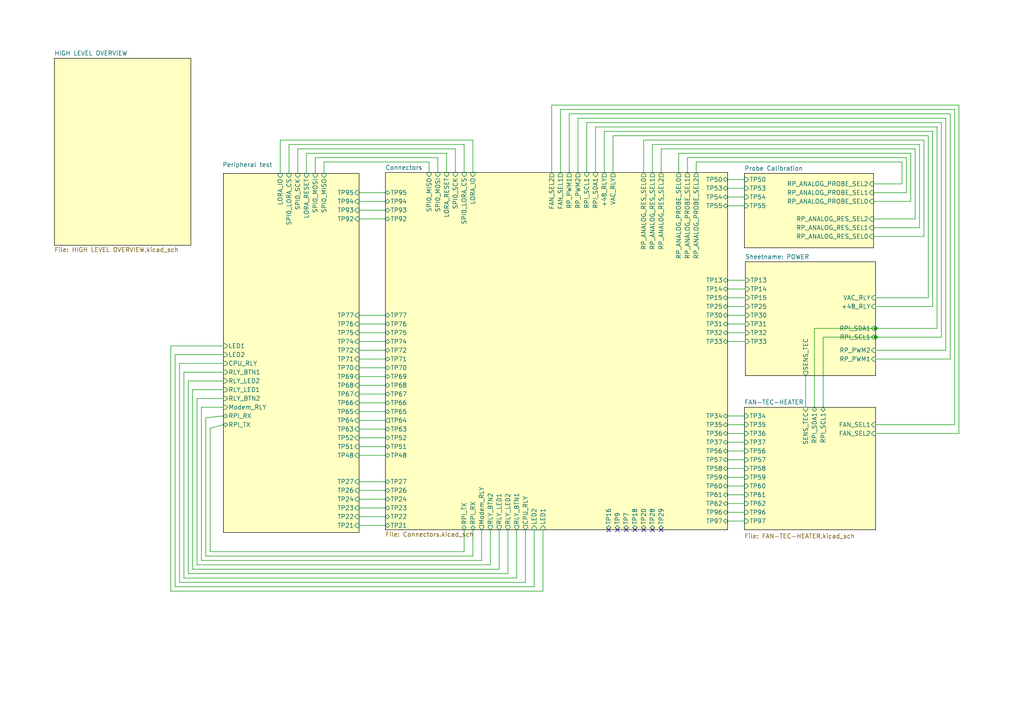
<source format=kicad_sch>
(kicad_sch
	(version 20231120)
	(generator "eeschema")
	(generator_version "8.0")
	(uuid "157a64f5-4f62-4631-b01d-779d24d7ed20")
	(paper "A4")
	(lib_symbols)
	(junction
		(at 254 97.79)
		(diameter 0)
		(color 0 0 0 0)
		(uuid "89fef70a-6ca3-4c43-94e5-8928ea9fe3ba")
	)
	(junction
		(at 254 95.25)
		(diameter 0)
		(color 0 0 0 0)
		(uuid "b5cf5d1e-7fbd-4939-943c-a618ca097d85")
	)
	(no_connect
		(at 189.23 153.67)
		(uuid "0b782dcc-e5da-4fe8-9e3c-d8edf315bacf")
	)
	(no_connect
		(at 176.53 153.67)
		(uuid "4a12370c-c71f-4527-a6be-d7600b0b9542")
	)
	(no_connect
		(at 179.07 153.67)
		(uuid "87e931ec-11d5-49e2-87e4-cc9c7cd25f97")
	)
	(no_connect
		(at 191.77 153.67)
		(uuid "8f69eb6d-3d86-453d-ba4a-a428dc950c56")
	)
	(no_connect
		(at 186.69 153.67)
		(uuid "a0ab9993-937b-49b2-aeb9-438bf12934b4")
	)
	(no_connect
		(at 184.15 153.67)
		(uuid "d3deb45e-8987-403c-b016-723604826b55")
	)
	(no_connect
		(at 181.61 153.67)
		(uuid "e4908ccd-4bde-4fcc-98ea-418ecba70679")
	)
	(wire
		(pts
			(xy 170.18 35.56) (xy 273.05 35.56)
		)
		(stroke
			(width 0)
			(type default)
		)
		(uuid "0078245d-9ec4-4278-9e7e-15d8b4e16126")
	)
	(wire
		(pts
			(xy 211.074 57.15) (xy 215.9 57.15)
		)
		(stroke
			(width 0)
			(type default)
		)
		(uuid "0185daad-961a-4d20-8475-acf02af6fdc8")
	)
	(wire
		(pts
			(xy 127 45.72) (xy 91.44 45.72)
		)
		(stroke
			(width 0)
			(type default)
		)
		(uuid "0219b3ef-9ade-4b67-9d06-8f9a3d132750")
	)
	(wire
		(pts
			(xy 167.64 34.29) (xy 274.32 34.29)
		)
		(stroke
			(width 0)
			(type default)
		)
		(uuid "03c312c9-21de-4818-8575-4fb591661873")
	)
	(wire
		(pts
			(xy 266.7 41.91) (xy 266.7 66.04)
		)
		(stroke
			(width 0)
			(type default)
		)
		(uuid "049ce7f9-cc46-429e-832f-f49d52c2d5f1")
	)
	(wire
		(pts
			(xy 57.15 115.57) (xy 64.77 115.57)
		)
		(stroke
			(width 0)
			(type default)
		)
		(uuid "06fff57b-fe4a-4072-9a22-86c18427a9b5")
	)
	(wire
		(pts
			(xy 157.48 153.67) (xy 157.48 171.45)
		)
		(stroke
			(width 0)
			(type default)
		)
		(uuid "08b6c973-ad17-4348-b617-de81f38d0541")
	)
	(wire
		(pts
			(xy 60.96 160.02) (xy 60.96 124.206)
		)
		(stroke
			(width 0)
			(type default)
		)
		(uuid "08bd1a5a-ad4c-45ca-b68e-f79926929bfc")
	)
	(wire
		(pts
			(xy 137.16 40.64) (xy 137.16 50.038)
		)
		(stroke
			(width 0)
			(type default)
		)
		(uuid "0a6d39c2-e4ba-40ca-82bd-d2a3bd102960")
	)
	(wire
		(pts
			(xy 211.074 123.19) (xy 215.9 123.19)
		)
		(stroke
			(width 0)
			(type default)
		)
		(uuid "0c8591d7-4779-47f3-bafd-075e5f050b0e")
	)
	(wire
		(pts
			(xy 271.78 36.83) (xy 271.78 95.25)
		)
		(stroke
			(width 0)
			(type default)
		)
		(uuid "0d13ff57-eb5b-46bc-9d76-ed1b43cd9e98")
	)
	(wire
		(pts
			(xy 264.16 44.45) (xy 264.16 58.42)
		)
		(stroke
			(width 0)
			(type default)
		)
		(uuid "0e02ea73-820c-4824-8fe2-a472d0bde9be")
	)
	(wire
		(pts
			(xy 211.074 151.13) (xy 215.9 151.13)
		)
		(stroke
			(width 0)
			(type default)
		)
		(uuid "0e39b26c-6e09-44bb-be1c-87a4c24c0a89")
	)
	(wire
		(pts
			(xy 191.77 43.18) (xy 191.77 50.038)
		)
		(stroke
			(width 0)
			(type default)
		)
		(uuid "0f00d4da-f79b-48a7-9cb0-3ea25ed680a5")
	)
	(wire
		(pts
			(xy 59.69 161.29) (xy 59.69 121.158)
		)
		(stroke
			(width 0)
			(type default)
		)
		(uuid "1090aecc-a0f7-45ea-8c8c-9c5cbbe48d45")
	)
	(wire
		(pts
			(xy 196.85 44.45) (xy 196.85 50.038)
		)
		(stroke
			(width 0)
			(type default)
		)
		(uuid "10b0189b-c7b9-4222-803b-7540b0f7c122")
	)
	(wire
		(pts
			(xy 132.08 43.18) (xy 132.08 50.038)
		)
		(stroke
			(width 0)
			(type default)
		)
		(uuid "11f3d1d7-e9d8-494c-9dab-8a1deed99dc5")
	)
	(wire
		(pts
			(xy 211.074 88.9) (xy 216.154 88.9)
		)
		(stroke
			(width 0)
			(type default)
		)
		(uuid "123c883e-4269-4634-b241-987ab641cb97")
	)
	(wire
		(pts
			(xy 104.14 147.32) (xy 111.76 147.32)
		)
		(stroke
			(width 0)
			(type default)
		)
		(uuid "129cdc85-0432-4e59-8b0e-dd1336595757")
	)
	(wire
		(pts
			(xy 172.72 36.83) (xy 271.78 36.83)
		)
		(stroke
			(width 0)
			(type default)
		)
		(uuid "13db2756-3a9e-4500-b2b9-965f4b001db3")
	)
	(wire
		(pts
			(xy 265.43 43.18) (xy 265.43 63.5)
		)
		(stroke
			(width 0)
			(type default)
		)
		(uuid "15321dcb-b54a-4b26-ab5c-2a540808bf0d")
	)
	(wire
		(pts
			(xy 104.14 129.54) (xy 111.76 129.54)
		)
		(stroke
			(width 0)
			(type default)
		)
		(uuid "162d6d6b-32de-4cb3-812c-aea35362c21c")
	)
	(wire
		(pts
			(xy 149.86 167.64) (xy 53.34 167.64)
		)
		(stroke
			(width 0)
			(type default)
		)
		(uuid "190174e5-18a8-4eb9-bcab-ceeb47806332")
	)
	(wire
		(pts
			(xy 154.94 170.18) (xy 50.8 170.18)
		)
		(stroke
			(width 0)
			(type default)
		)
		(uuid "19465833-997e-48f7-85d0-520c0978e8aa")
	)
	(wire
		(pts
			(xy 83.82 41.91) (xy 83.82 50.292)
		)
		(stroke
			(width 0)
			(type default)
		)
		(uuid "1beaf729-f416-4711-805f-4019442c6a73")
	)
	(wire
		(pts
			(xy 149.86 153.67) (xy 149.86 167.64)
		)
		(stroke
			(width 0)
			(type default)
		)
		(uuid "21256fc3-f1f9-4a74-9c5c-d0d111630eb7")
	)
	(wire
		(pts
			(xy 104.14 121.92) (xy 111.76 121.92)
		)
		(stroke
			(width 0)
			(type default)
		)
		(uuid "216ba3ff-16ca-45ec-9795-7676781de8de")
	)
	(wire
		(pts
			(xy 147.32 153.67) (xy 147.32 166.37)
		)
		(stroke
			(width 0)
			(type default)
		)
		(uuid "224d0558-f72e-4e6b-99b6-6c7166e9491a")
	)
	(wire
		(pts
			(xy 201.93 50.038) (xy 201.93 46.99)
		)
		(stroke
			(width 0)
			(type default)
		)
		(uuid "22ba0796-6a18-44c9-848b-91e328224192")
	)
	(wire
		(pts
			(xy 211.074 135.89) (xy 215.9 135.89)
		)
		(stroke
			(width 0)
			(type default)
		)
		(uuid "23765b18-9b4d-4081-ab84-688c0145ea94")
	)
	(wire
		(pts
			(xy 254 101.6) (xy 274.32 101.6)
		)
		(stroke
			(width 0)
			(type default)
		)
		(uuid "24b2448a-457a-4010-ab37-fcd659e1fb84")
	)
	(wire
		(pts
			(xy 211.074 148.59) (xy 215.9 148.59)
		)
		(stroke
			(width 0)
			(type default)
		)
		(uuid "24bcf1d2-cdd7-4542-8b3a-4cdea951105e")
	)
	(wire
		(pts
			(xy 167.64 34.29) (xy 167.64 50.038)
		)
		(stroke
			(width 0)
			(type default)
		)
		(uuid "2574da04-a674-469a-8868-15d27673dbab")
	)
	(wire
		(pts
			(xy 274.32 34.29) (xy 274.32 101.6)
		)
		(stroke
			(width 0)
			(type default)
		)
		(uuid "2593b8c8-c627-4a7f-b77b-4d388acca227")
	)
	(wire
		(pts
			(xy 211.074 54.61) (xy 215.9 54.61)
		)
		(stroke
			(width 0)
			(type default)
		)
		(uuid "26380f02-98b9-413a-916c-89f20e2b1036")
	)
	(wire
		(pts
			(xy 88.9 44.45) (xy 88.9 50.292)
		)
		(stroke
			(width 0)
			(type default)
		)
		(uuid "2646aefe-9292-4079-86f4-d8dcfbae4a09")
	)
	(wire
		(pts
			(xy 134.62 160.02) (xy 60.96 160.02)
		)
		(stroke
			(width 0)
			(type default)
		)
		(uuid "2af3e6c2-bb2e-41dc-8031-f1711bc72225")
	)
	(wire
		(pts
			(xy 211.074 140.97) (xy 215.9 140.97)
		)
		(stroke
			(width 0)
			(type default)
		)
		(uuid "2b9aeee8-32ae-4a3f-b031-1b11756c2df7")
	)
	(wire
		(pts
			(xy 211.074 120.65) (xy 215.9 120.65)
		)
		(stroke
			(width 0)
			(type default)
		)
		(uuid "2cc0955c-f71e-4a26-af71-1e56775b1248")
	)
	(wire
		(pts
			(xy 104.14 63.5) (xy 111.76 63.5)
		)
		(stroke
			(width 0)
			(type default)
		)
		(uuid "2d09c4dd-5550-4c9d-ad69-0e510b55ab99")
	)
	(wire
		(pts
			(xy 104.14 127) (xy 111.76 127)
		)
		(stroke
			(width 0)
			(type default)
		)
		(uuid "351146e1-4e21-44f3-9bfa-df2108428dd8")
	)
	(wire
		(pts
			(xy 104.14 93.98) (xy 111.76 93.98)
		)
		(stroke
			(width 0)
			(type default)
		)
		(uuid "3673b705-dad8-42b6-9305-028e911e4173")
	)
	(wire
		(pts
			(xy 267.97 40.64) (xy 267.97 68.58)
		)
		(stroke
			(width 0)
			(type default)
		)
		(uuid "3714c372-c95d-4aa8-9007-c426ceda17bf")
	)
	(wire
		(pts
			(xy 175.26 38.1) (xy 175.26 50.038)
		)
		(stroke
			(width 0)
			(type default)
		)
		(uuid "37a4ce7c-7fbf-4a4a-acc4-10158e4baf87")
	)
	(wire
		(pts
			(xy 104.14 152.4) (xy 111.76 152.4)
		)
		(stroke
			(width 0)
			(type default)
		)
		(uuid "37ca0d7b-74c2-4a86-b1a5-8831360105c0")
	)
	(wire
		(pts
			(xy 129.54 44.45) (xy 129.54 50.038)
		)
		(stroke
			(width 0)
			(type default)
		)
		(uuid "39e56a43-af7d-4f97-8069-1a66b86603e2")
	)
	(wire
		(pts
			(xy 132.08 43.18) (xy 86.36 43.18)
		)
		(stroke
			(width 0)
			(type default)
		)
		(uuid "39f4d3b9-a334-4ee5-9e5e-e75987f8bef2")
	)
	(wire
		(pts
			(xy 144.78 153.67) (xy 144.78 165.1)
		)
		(stroke
			(width 0)
			(type default)
		)
		(uuid "3c589204-e110-480d-9ec9-9fa3a950f1d3")
	)
	(wire
		(pts
			(xy 211.074 125.73) (xy 215.9 125.73)
		)
		(stroke
			(width 0)
			(type default)
		)
		(uuid "3c81819e-d24c-4e1c-9dac-a52298ea7ba4")
	)
	(wire
		(pts
			(xy 189.23 41.91) (xy 266.7 41.91)
		)
		(stroke
			(width 0)
			(type default)
		)
		(uuid "3ce5fe2c-93b9-4ab4-b511-29cf295edbc3")
	)
	(wire
		(pts
			(xy 137.16 161.29) (xy 59.69 161.29)
		)
		(stroke
			(width 0)
			(type default)
		)
		(uuid "3f0bf222-96da-4880-acee-2c659d92ca0e")
	)
	(wire
		(pts
			(xy 269.24 39.37) (xy 269.24 86.36)
		)
		(stroke
			(width 0)
			(type default)
		)
		(uuid "3f4cff5c-6c6c-4a81-8a25-eef9aef335e4")
	)
	(wire
		(pts
			(xy 211.074 52.07) (xy 215.9 52.07)
		)
		(stroke
			(width 0)
			(type default)
		)
		(uuid "3fd1d728-444e-4335-b38b-34468c4008ea")
	)
	(wire
		(pts
			(xy 270.51 38.1) (xy 270.51 88.9)
		)
		(stroke
			(width 0)
			(type default)
		)
		(uuid "40083005-d1ef-48fb-b900-feacd4581a30")
	)
	(wire
		(pts
			(xy 127 45.72) (xy 127 50.038)
		)
		(stroke
			(width 0)
			(type default)
		)
		(uuid "415ffc34-b55e-4dfe-ab80-619eaae333ec")
	)
	(wire
		(pts
			(xy 238.76 97.79) (xy 254 97.79)
		)
		(stroke
			(width 0)
			(type default)
		)
		(uuid "43ad197e-7ab0-4d80-9215-60b715f43961")
	)
	(wire
		(pts
			(xy 253.365 53.34) (xy 261.62 53.34)
		)
		(stroke
			(width 0)
			(type default)
		)
		(uuid "444c1d23-82c5-43dc-9972-2aad4937b9a0")
	)
	(wire
		(pts
			(xy 60.96 124.206) (xy 64.77 123.19)
		)
		(stroke
			(width 0)
			(type default)
		)
		(uuid "44af3f74-c7fd-4297-8c23-de0ea17ca0ce")
	)
	(wire
		(pts
			(xy 165.1 33.02) (xy 275.59 33.02)
		)
		(stroke
			(width 0)
			(type default)
		)
		(uuid "459581fb-7c79-4b15-ab85-6a95efdc6128")
	)
	(wire
		(pts
			(xy 211.074 93.98) (xy 216.154 93.98)
		)
		(stroke
			(width 0)
			(type default)
		)
		(uuid "4943505a-0233-420b-841e-2d8b93c5a244")
	)
	(wire
		(pts
			(xy 104.14 91.44) (xy 111.76 91.44)
		)
		(stroke
			(width 0)
			(type default)
		)
		(uuid "49a017b6-6489-4c97-ae1f-0e90e051d3c1")
	)
	(wire
		(pts
			(xy 147.32 166.37) (xy 54.61 166.37)
		)
		(stroke
			(width 0)
			(type default)
		)
		(uuid "4bb53ae4-b614-47f2-9607-52a3bdd7c98c")
	)
	(wire
		(pts
			(xy 162.56 31.75) (xy 276.86 31.75)
		)
		(stroke
			(width 0)
			(type default)
		)
		(uuid "4e57e13f-dbc0-4a1a-95d9-1fac982d1e4a")
	)
	(wire
		(pts
			(xy 58.42 162.56) (xy 58.42 118.11)
		)
		(stroke
			(width 0)
			(type default)
		)
		(uuid "4fa5ce56-8ec1-46c8-a976-618f0022020d")
	)
	(wire
		(pts
			(xy 49.53 100.33) (xy 64.77 100.33)
		)
		(stroke
			(width 0)
			(type default)
		)
		(uuid "51961d95-164b-4f5e-ab3e-94125fd207ed")
	)
	(wire
		(pts
			(xy 211.074 138.43) (xy 215.9 138.43)
		)
		(stroke
			(width 0)
			(type default)
		)
		(uuid "55f5cb30-6554-45ba-bb53-c289c98ebdc1")
	)
	(wire
		(pts
			(xy 104.14 101.6) (xy 111.76 101.6)
		)
		(stroke
			(width 0)
			(type default)
		)
		(uuid "56bb9645-e842-4b36-9054-346cb64c4368")
	)
	(wire
		(pts
			(xy 261.62 46.99) (xy 261.62 53.34)
		)
		(stroke
			(width 0)
			(type default)
		)
		(uuid "57eda554-a834-4bb8-bd88-a4bd73322d98")
	)
	(wire
		(pts
			(xy 175.26 38.1) (xy 270.51 38.1)
		)
		(stroke
			(width 0)
			(type default)
		)
		(uuid "58346a3b-033f-4239-a96b-58b800f7bd8d")
	)
	(wire
		(pts
			(xy 104.14 124.46) (xy 111.76 124.46)
		)
		(stroke
			(width 0)
			(type default)
		)
		(uuid "5c64f0e3-b804-4807-8ba9-5b149dbb6c63")
	)
	(wire
		(pts
			(xy 59.69 121.158) (xy 64.77 120.65)
		)
		(stroke
			(width 0)
			(type default)
		)
		(uuid "5d8114a3-74bd-421f-818a-f9132aef4f23")
	)
	(wire
		(pts
			(xy 54.61 166.37) (xy 54.61 110.49)
		)
		(stroke
			(width 0)
			(type default)
		)
		(uuid "5da5802e-03c1-420d-88c8-f913f1d428e3")
	)
	(wire
		(pts
			(xy 104.14 96.52) (xy 111.76 96.52)
		)
		(stroke
			(width 0)
			(type default)
		)
		(uuid "5f38ad46-37d9-467e-9b75-9630f0c16155")
	)
	(wire
		(pts
			(xy 253.365 66.04) (xy 266.7 66.04)
		)
		(stroke
			(width 0)
			(type default)
		)
		(uuid "609b0a1a-fdbe-4bf5-9224-44e099ae87da")
	)
	(wire
		(pts
			(xy 124.46 50.038) (xy 124.46 46.99)
		)
		(stroke
			(width 0)
			(type default)
		)
		(uuid "60be0436-8e11-4e85-acf0-bd855904c8fe")
	)
	(wire
		(pts
			(xy 211.074 83.82) (xy 216.154 83.82)
		)
		(stroke
			(width 0)
			(type default)
		)
		(uuid "61c059bd-3815-42a2-9237-fa79387be0ae")
	)
	(wire
		(pts
			(xy 88.9 44.45) (xy 129.54 44.45)
		)
		(stroke
			(width 0)
			(type default)
		)
		(uuid "61d87b7a-edab-44ad-91c1-92dc5f9b36c6")
	)
	(wire
		(pts
			(xy 236.22 95.25) (xy 254 95.25)
		)
		(stroke
			(width 0)
			(type default)
		)
		(uuid "62c70e33-68c1-4822-936e-6479c4740584")
	)
	(wire
		(pts
			(xy 104.14 111.76) (xy 111.76 111.76)
		)
		(stroke
			(width 0)
			(type default)
		)
		(uuid "64800549-ea64-4985-a19f-da6ab3195506")
	)
	(wire
		(pts
			(xy 58.42 118.11) (xy 64.77 118.11)
		)
		(stroke
			(width 0)
			(type default)
		)
		(uuid "653a70f5-7b04-4ddb-841d-0ebc3e1cd204")
	)
	(wire
		(pts
			(xy 254 86.36) (xy 269.24 86.36)
		)
		(stroke
			(width 0)
			(type default)
		)
		(uuid "6672077f-f63d-4b9f-a8e6-e7847ce6f5f8")
	)
	(wire
		(pts
			(xy 162.56 31.75) (xy 162.56 50.038)
		)
		(stroke
			(width 0)
			(type default)
		)
		(uuid "6b63fcb6-1b4c-4c75-9e73-82858439a293")
	)
	(wire
		(pts
			(xy 211.074 91.44) (xy 216.154 91.44)
		)
		(stroke
			(width 0)
			(type default)
		)
		(uuid "6d46d066-9d1e-44c7-92c7-6cb43c8daa34")
	)
	(wire
		(pts
			(xy 144.78 165.1) (xy 55.88 165.1)
		)
		(stroke
			(width 0)
			(type default)
		)
		(uuid "6d74c9b5-22fa-4805-a894-4b14413926bf")
	)
	(wire
		(pts
			(xy 273.05 35.56) (xy 273.05 97.79)
		)
		(stroke
			(width 0)
			(type default)
		)
		(uuid "6ebf69b8-d4f2-49c9-97b2-f4d92cefdad2")
	)
	(wire
		(pts
			(xy 211.074 59.69) (xy 215.9 59.69)
		)
		(stroke
			(width 0)
			(type default)
		)
		(uuid "6f1282fd-4643-4bb0-94c1-ac995a071603")
	)
	(wire
		(pts
			(xy 211.074 146.05) (xy 215.9 146.05)
		)
		(stroke
			(width 0)
			(type default)
		)
		(uuid "6fe44572-c457-4ed4-993a-9c1e8e617e0f")
	)
	(wire
		(pts
			(xy 186.69 40.64) (xy 267.97 40.64)
		)
		(stroke
			(width 0)
			(type default)
		)
		(uuid "717d28da-6df1-4b9c-bc9b-535cc27f4199")
	)
	(wire
		(pts
			(xy 104.14 114.3) (xy 111.76 114.3)
		)
		(stroke
			(width 0)
			(type default)
		)
		(uuid "72234422-8640-49f1-a9d0-0943c35ca03a")
	)
	(wire
		(pts
			(xy 165.1 33.02) (xy 165.1 50.038)
		)
		(stroke
			(width 0)
			(type default)
		)
		(uuid "7457ffca-1fbb-414f-82fa-79bef6fa3043")
	)
	(wire
		(pts
			(xy 154.94 153.67) (xy 154.94 170.18)
		)
		(stroke
			(width 0)
			(type default)
		)
		(uuid "75306bd7-1c26-426e-8b6d-2694483f7d65")
	)
	(wire
		(pts
			(xy 91.44 45.72) (xy 91.44 50.292)
		)
		(stroke
			(width 0)
			(type default)
		)
		(uuid "7613b4fa-8235-4cec-82b7-a9444bddf8a7")
	)
	(wire
		(pts
			(xy 104.14 55.88) (xy 111.76 55.88)
		)
		(stroke
			(width 0)
			(type default)
		)
		(uuid "7733524e-45a2-4660-a58d-33fadac81e46")
	)
	(wire
		(pts
			(xy 211.074 81.28) (xy 216.154 81.28)
		)
		(stroke
			(width 0)
			(type default)
		)
		(uuid "77e68098-f7af-4ad6-a3ca-35cda2b209c9")
	)
	(wire
		(pts
			(xy 104.14 116.84) (xy 111.76 116.84)
		)
		(stroke
			(width 0)
			(type default)
		)
		(uuid "7a55fd4b-04ad-4f0c-8b7b-fa13d1845ffa")
	)
	(wire
		(pts
			(xy 137.16 153.67) (xy 137.16 161.29)
		)
		(stroke
			(width 0)
			(type default)
		)
		(uuid "7af376ad-2ca4-4ea8-ae90-7335e6b631f8")
	)
	(wire
		(pts
			(xy 49.53 171.45) (xy 49.53 100.33)
		)
		(stroke
			(width 0)
			(type default)
		)
		(uuid "7cf91ba4-952b-4be4-9f4d-3ef9d17ca5fb")
	)
	(wire
		(pts
			(xy 81.28 40.64) (xy 81.28 50.292)
		)
		(stroke
			(width 0)
			(type default)
		)
		(uuid "8650e59f-26a5-4364-ba8f-e609b445ab33")
	)
	(wire
		(pts
			(xy 86.36 43.18) (xy 86.36 50.292)
		)
		(stroke
			(width 0)
			(type default)
		)
		(uuid "866b278a-03c9-4514-b12f-af52ca506a1d")
	)
	(wire
		(pts
			(xy 211.074 99.06) (xy 216.154 99.06)
		)
		(stroke
			(width 0)
			(type default)
		)
		(uuid "88a94096-ed49-4ca3-a9fc-a7ce2d18ea24")
	)
	(wire
		(pts
			(xy 160.02 30.48) (xy 278.13 30.48)
		)
		(stroke
			(width 0)
			(type default)
		)
		(uuid "898248f0-9ff8-4390-a7f2-04482ac1add7")
	)
	(wire
		(pts
			(xy 134.62 41.91) (xy 134.62 50.038)
		)
		(stroke
			(width 0)
			(type default)
		)
		(uuid "8a8c26b8-87a8-4064-9d70-f17d8bb50e94")
	)
	(wire
		(pts
			(xy 93.98 50.292) (xy 93.98 46.99)
		)
		(stroke
			(width 0)
			(type default)
		)
		(uuid "8b89dd96-2222-4b24-a8bb-b3d2fde1df8a")
	)
	(wire
		(pts
			(xy 254 123.19) (xy 276.86 123.19)
		)
		(stroke
			(width 0)
			(type default)
		)
		(uuid "8fb0e1eb-1b72-4921-b8d7-a729c6c49d7f")
	)
	(wire
		(pts
			(xy 50.8 170.18) (xy 50.8 102.87)
		)
		(stroke
			(width 0)
			(type default)
		)
		(uuid "9129e055-1f11-4cea-a291-9b9cbab0354b")
	)
	(wire
		(pts
			(xy 211.074 96.52) (xy 216.154 96.52)
		)
		(stroke
			(width 0)
			(type default)
		)
		(uuid "91612d6f-1f68-4f7a-8586-41566707eb3e")
	)
	(wire
		(pts
			(xy 191.77 43.18) (xy 265.43 43.18)
		)
		(stroke
			(width 0)
			(type default)
		)
		(uuid "956c05bf-6416-4c70-ab55-00069b667caf")
	)
	(wire
		(pts
			(xy 253.365 63.5) (xy 265.43 63.5)
		)
		(stroke
			(width 0)
			(type default)
		)
		(uuid "96a3f5e3-9536-4e38-a501-42d7b4955aec")
	)
	(wire
		(pts
			(xy 54.61 110.49) (xy 64.77 110.49)
		)
		(stroke
			(width 0)
			(type default)
		)
		(uuid "993272bf-0f83-4e68-92b5-1442283c4708")
	)
	(wire
		(pts
			(xy 236.22 118.11) (xy 236.22 95.25)
		)
		(stroke
			(width 0)
			(type default)
		)
		(uuid "9a0af17c-043d-4dc2-9cd8-d134a834a141")
	)
	(wire
		(pts
			(xy 262.89 45.72) (xy 262.89 55.88)
		)
		(stroke
			(width 0)
			(type default)
		)
		(uuid "9c249a67-e3a8-4aec-a6fc-988848c5dd02")
	)
	(wire
		(pts
			(xy 253.365 68.58) (xy 267.97 68.58)
		)
		(stroke
			(width 0)
			(type default)
		)
		(uuid "9d3885a2-955c-4af3-a8cc-0e87e0f18139")
	)
	(wire
		(pts
			(xy 104.14 104.14) (xy 111.76 104.14)
		)
		(stroke
			(width 0)
			(type default)
		)
		(uuid "9eb9c6a4-b2d5-41e6-949e-c77098ef197e")
	)
	(wire
		(pts
			(xy 196.85 44.45) (xy 264.16 44.45)
		)
		(stroke
			(width 0)
			(type default)
		)
		(uuid "a26e9276-d324-47c1-b94a-e92b861196aa")
	)
	(wire
		(pts
			(xy 139.7 162.56) (xy 58.42 162.56)
		)
		(stroke
			(width 0)
			(type default)
		)
		(uuid "a4ce7be1-8f23-4c16-80e4-253797234f71")
	)
	(wire
		(pts
			(xy 201.93 46.99) (xy 261.62 46.99)
		)
		(stroke
			(width 0)
			(type default)
		)
		(uuid "a6af15c1-6e40-4409-bacc-82e4c6e8b0a1")
	)
	(wire
		(pts
			(xy 278.13 30.48) (xy 278.13 125.73)
		)
		(stroke
			(width 0)
			(type default)
		)
		(uuid "a75bf2b7-4eba-4994-aa7e-4e37b7a28f85")
	)
	(wire
		(pts
			(xy 53.34 167.64) (xy 53.34 107.95)
		)
		(stroke
			(width 0)
			(type default)
		)
		(uuid "a80f6d91-55fd-4817-8c70-548e3676db6d")
	)
	(wire
		(pts
			(xy 52.07 168.91) (xy 52.07 105.41)
		)
		(stroke
			(width 0)
			(type default)
		)
		(uuid "ab850642-e813-4cc1-bf18-755aa401033c")
	)
	(wire
		(pts
			(xy 104.14 60.96) (xy 111.76 60.96)
		)
		(stroke
			(width 0)
			(type default)
		)
		(uuid "abaff015-844e-4ba3-968a-507d30d9dad6")
	)
	(wire
		(pts
			(xy 254 88.9) (xy 270.51 88.9)
		)
		(stroke
			(width 0)
			(type default)
		)
		(uuid "ac1b95dd-581f-4707-99ea-77000eb60cc8")
	)
	(wire
		(pts
			(xy 211.074 86.36) (xy 216.154 86.36)
		)
		(stroke
			(width 0)
			(type default)
		)
		(uuid "ad908f5a-1737-4eb3-bb2f-6cc409fd93cd")
	)
	(wire
		(pts
			(xy 189.23 41.91) (xy 189.23 50.038)
		)
		(stroke
			(width 0)
			(type default)
		)
		(uuid "b20938da-5871-4024-93fd-46e638ea10b8")
	)
	(wire
		(pts
			(xy 238.76 118.11) (xy 238.76 97.79)
		)
		(stroke
			(width 0)
			(type default)
		)
		(uuid "b324e2a6-5e05-4ee5-a038-f5b4123a0c6e")
	)
	(wire
		(pts
			(xy 152.4 153.67) (xy 152.4 168.91)
		)
		(stroke
			(width 0)
			(type default)
		)
		(uuid "b392ea57-2eb4-4f13-ba8d-e79bcae9e121")
	)
	(wire
		(pts
			(xy 104.14 106.68) (xy 111.76 106.68)
		)
		(stroke
			(width 0)
			(type default)
		)
		(uuid "b3ff9367-40a2-4231-a615-e09b118d15c0")
	)
	(wire
		(pts
			(xy 104.14 144.78) (xy 111.76 144.78)
		)
		(stroke
			(width 0)
			(type default)
		)
		(uuid "b64ac739-5b78-4493-aa3e-8eeff1d6a382")
	)
	(wire
		(pts
			(xy 57.15 163.83) (xy 57.15 115.57)
		)
		(stroke
			(width 0)
			(type default)
		)
		(uuid "b7099496-5176-46c9-9b6d-2c2c116e595d")
	)
	(wire
		(pts
			(xy 55.88 113.03) (xy 64.77 113.03)
		)
		(stroke
			(width 0)
			(type default)
		)
		(uuid "b9ce0c0f-138e-4750-9dca-079d218949bc")
	)
	(wire
		(pts
			(xy 253.365 55.88) (xy 262.89 55.88)
		)
		(stroke
			(width 0)
			(type default)
		)
		(uuid "ba0d3dfd-b87f-4b21-b2cc-d3bd3dfcb3f7")
	)
	(wire
		(pts
			(xy 275.59 33.02) (xy 275.59 104.14)
		)
		(stroke
			(width 0)
			(type default)
		)
		(uuid "bd3b8c93-9a8e-4a3c-9536-33fd04b4a487")
	)
	(wire
		(pts
			(xy 211.074 143.51) (xy 215.9 143.51)
		)
		(stroke
			(width 0)
			(type default)
		)
		(uuid "be0d9a4d-9d94-42a7-8ce9-308ec9ca344b")
	)
	(wire
		(pts
			(xy 254 104.14) (xy 275.59 104.14)
		)
		(stroke
			(width 0)
			(type default)
		)
		(uuid "c1b4e0e5-6741-44a5-8f1d-fea72fd068f4")
	)
	(wire
		(pts
			(xy 211.074 130.81) (xy 215.9 130.81)
		)
		(stroke
			(width 0)
			(type default)
		)
		(uuid "c319facc-a34f-4394-a82a-10816255e652")
	)
	(wire
		(pts
			(xy 55.88 165.1) (xy 55.88 113.03)
		)
		(stroke
			(width 0)
			(type default)
		)
		(uuid "c659866f-82e3-4518-accf-c483af94e60b")
	)
	(wire
		(pts
			(xy 137.16 40.64) (xy 81.28 40.64)
		)
		(stroke
			(width 0)
			(type default)
		)
		(uuid "c7402344-ccc5-4803-b71f-69bfc8966576")
	)
	(wire
		(pts
			(xy 104.14 119.38) (xy 111.76 119.38)
		)
		(stroke
			(width 0)
			(type default)
		)
		(uuid "c8cdde01-c0f8-421e-9c10-a182ca5c6b13")
	)
	(wire
		(pts
			(xy 142.24 153.67) (xy 142.24 163.83)
		)
		(stroke
			(width 0)
			(type default)
		)
		(uuid "cacfb9fe-3e12-4aa5-bd02-e5826df90d68")
	)
	(wire
		(pts
			(xy 254 95.25) (xy 271.78 95.25)
		)
		(stroke
			(width 0)
			(type default)
		)
		(uuid "cb0a9d9c-dccc-4082-b9a1-74318eaac4f8")
	)
	(wire
		(pts
			(xy 104.14 58.42) (xy 111.76 58.42)
		)
		(stroke
			(width 0)
			(type default)
		)
		(uuid "ce655ec6-b291-4c66-8312-3008916e6d4b")
	)
	(wire
		(pts
			(xy 93.98 46.99) (xy 124.46 46.99)
		)
		(stroke
			(width 0)
			(type default)
		)
		(uuid "d1f02bac-b952-4c96-97d9-189064202c77")
	)
	(wire
		(pts
			(xy 276.86 31.75) (xy 276.86 123.19)
		)
		(stroke
			(width 0)
			(type default)
		)
		(uuid "d21933ab-15c5-43ff-a70b-38525d13b571")
	)
	(wire
		(pts
			(xy 104.14 142.24) (xy 111.76 142.24)
		)
		(stroke
			(width 0)
			(type default)
		)
		(uuid "d29f7e25-7383-4e02-bc36-b8f5d47f3844")
	)
	(wire
		(pts
			(xy 254 125.73) (xy 278.13 125.73)
		)
		(stroke
			(width 0)
			(type default)
		)
		(uuid "d35c3a97-3bf1-4892-8843-45e1a5841c1c")
	)
	(wire
		(pts
			(xy 104.14 149.86) (xy 111.76 149.86)
		)
		(stroke
			(width 0)
			(type default)
		)
		(uuid "d3d09ed0-0d0d-424d-b293-ffb623f30ad4")
	)
	(wire
		(pts
			(xy 134.62 153.67) (xy 134.62 160.02)
		)
		(stroke
			(width 0)
			(type default)
		)
		(uuid "d6ed89a3-367a-46d3-a51a-fcb554d7ecec")
	)
	(wire
		(pts
			(xy 160.02 30.48) (xy 160.02 50.038)
		)
		(stroke
			(width 0)
			(type default)
		)
		(uuid "ded07001-c29d-445b-b7c8-a6b37d6f8a2b")
	)
	(wire
		(pts
			(xy 186.69 40.64) (xy 186.69 50.038)
		)
		(stroke
			(width 0)
			(type default)
		)
		(uuid "e0a9f0c2-1dac-4ff0-9e57-24fe8dad4bd3")
	)
	(wire
		(pts
			(xy 177.8 50.038) (xy 177.8 39.37)
		)
		(stroke
			(width 0)
			(type default)
		)
		(uuid "e132c5c7-1ecf-433b-9972-6bf1a9197741")
	)
	(wire
		(pts
			(xy 50.8 102.87) (xy 64.77 102.87)
		)
		(stroke
			(width 0)
			(type default)
		)
		(uuid "e2afc0d1-d72e-4500-bc67-4e5f178726dc")
	)
	(wire
		(pts
			(xy 104.14 109.22) (xy 111.76 109.22)
		)
		(stroke
			(width 0)
			(type default)
		)
		(uuid "e58e1939-4e3c-4c23-b699-04df99fac11d")
	)
	(wire
		(pts
			(xy 170.18 35.56) (xy 170.18 50.038)
		)
		(stroke
			(width 0)
			(type default)
		)
		(uuid "e93b27aa-ef08-4951-a44d-b585d8b836e9")
	)
	(wire
		(pts
			(xy 157.48 171.45) (xy 49.53 171.45)
		)
		(stroke
			(width 0)
			(type default)
		)
		(uuid "ea34f388-ceaf-4921-9765-d2c69ff6d3e4")
	)
	(wire
		(pts
			(xy 233.68 108.966) (xy 233.68 118.11)
		)
		(stroke
			(width 0)
			(type default)
		)
		(uuid "eab29299-6727-4a48-8545-0669b11027be")
	)
	(wire
		(pts
			(xy 172.72 36.83) (xy 172.72 50.038)
		)
		(stroke
			(width 0)
			(type default)
		)
		(uuid "ec335d23-a5a3-43f1-89f4-1a69af2e4e7d")
	)
	(wire
		(pts
			(xy 177.8 39.37) (xy 269.24 39.37)
		)
		(stroke
			(width 0)
			(type default)
		)
		(uuid "edd5abe4-842f-439a-a9d0-96ccd4ecaa1a")
	)
	(wire
		(pts
			(xy 53.34 107.95) (xy 64.77 107.95)
		)
		(stroke
			(width 0)
			(type default)
		)
		(uuid "ee20f344-9dd0-4bcc-8b23-6e3579a133de")
	)
	(wire
		(pts
			(xy 211.074 128.27) (xy 215.9 128.27)
		)
		(stroke
			(width 0)
			(type default)
		)
		(uuid "efc62577-e9d5-476e-b9d2-64d042609ed5")
	)
	(wire
		(pts
			(xy 199.39 45.72) (xy 262.89 45.72)
		)
		(stroke
			(width 0)
			(type default)
		)
		(uuid "f0a228de-163c-4fa6-ad36-fcd8976ccc2e")
	)
	(wire
		(pts
			(xy 104.14 99.06) (xy 111.76 99.06)
		)
		(stroke
			(width 0)
			(type default)
		)
		(uuid "f0ed2c10-f5b0-44d1-8613-bfb8543df858")
	)
	(wire
		(pts
			(xy 104.14 132.08) (xy 111.76 132.08)
		)
		(stroke
			(width 0)
			(type default)
		)
		(uuid "f5c9f470-d7ed-4ad1-84ec-c39fba361ffb")
	)
	(wire
		(pts
			(xy 199.39 45.72) (xy 199.39 50.038)
		)
		(stroke
			(width 0)
			(type default)
		)
		(uuid "f5fe7dab-abf9-4661-9bb4-52580f75c5f3")
	)
	(wire
		(pts
			(xy 152.4 168.91) (xy 52.07 168.91)
		)
		(stroke
			(width 0)
			(type default)
		)
		(uuid "f6ed34ce-e8ca-459e-be7e-b2b0d1fceb55")
	)
	(wire
		(pts
			(xy 253.365 58.42) (xy 264.16 58.42)
		)
		(stroke
			(width 0)
			(type default)
		)
		(uuid "fa36142a-a391-4f95-a356-4ef33885eeeb")
	)
	(wire
		(pts
			(xy 211.074 133.35) (xy 215.9 133.35)
		)
		(stroke
			(width 0)
			(type default)
		)
		(uuid "fa5c7ca6-8795-41b9-bbff-6dccf6dc7801")
	)
	(wire
		(pts
			(xy 83.82 41.91) (xy 134.62 41.91)
		)
		(stroke
			(width 0)
			(type default)
		)
		(uuid "fa8debcb-4736-4eca-a4c5-648feb317029")
	)
	(wire
		(pts
			(xy 104.14 139.7) (xy 111.76 139.7)
		)
		(stroke
			(width 0)
			(type default)
		)
		(uuid "fb693442-3ed1-4db7-b1f3-0cd6137767f0")
	)
	(wire
		(pts
			(xy 52.07 105.41) (xy 64.77 105.41)
		)
		(stroke
			(width 0)
			(type default)
		)
		(uuid "fcaef003-3f6a-48c6-ade9-9b9a8f5d461d")
	)
	(wire
		(pts
			(xy 254 97.79) (xy 273.05 97.79)
		)
		(stroke
			(width 0)
			(type default)
		)
		(uuid "fcf41fb4-5df9-4209-8793-a172766a2bd0")
	)
	(wire
		(pts
			(xy 142.24 163.83) (xy 57.15 163.83)
		)
		(stroke
			(width 0)
			(type default)
		)
		(uuid "fdf4ba55-5be3-4d48-98d7-27561f16b651")
	)
	(wire
		(pts
			(xy 139.7 153.67) (xy 139.7 162.56)
		)
		(stroke
			(width 0)
			(type default)
		)
		(uuid "fdfd143e-534b-4cd9-a215-39939d6813e1")
	)
	(sheet
		(at 15.748 16.891)
		(size 39.624 54.229)
		(fields_autoplaced yes)
		(stroke
			(width 0.1524)
			(type solid)
			(color 0 0 0 1)
		)
		(fill
			(color 255 255 194 1.0000)
		)
		(uuid "57e81bf3-031e-4254-af1a-96c6558b6d44")
		(property "Sheetname" "HIGH LEVEL OVERVIEW"
			(at 15.748 16.1794 0)
			(effects
				(font
					(size 1.27 1.27)
				)
				(justify left bottom)
			)
		)
		(property "Sheetfile" "HIGH LEVEL OVERVIEW.kicad_sch"
			(at 15.748 71.7046 0)
			(effects
				(font
					(size 1.27 1.27)
				)
				(justify left top)
			)
		)
		(instances
			(project "etc-em3-fixture"
				(path "/157a64f5-4f62-4631-b01d-779d24d7ed20"
					(page "2")
				)
			)
		)
	)
	(sheet
		(at 216.154 75.946)
		(size 37.846 33.02)
		(fields_autoplaced yes)
		(stroke
			(width 0.1524)
			(type solid)
			(color 0 0 0 1)
		)
		(fill
			(color 255 255 194 1.0000)
		)
		(uuid "792edb8d-6e79-40ec-8a9f-e5a94d41d615")
		(property "Sheetname" "POWER"
			(at 216.154 75.2344 0)
			(show_name yes)
			(effects
				(font
					(size 1.27 1.27)
				)
				(justify left bottom)
			)
		)
		(property "Sheetfile" "POWER.kicad_sch"
			(at 216.154 109.5506 0)
			(show_name yes)
			(effects
				(font
					(size 1.27 1.27)
				)
				(justify left top)
				(hide yes)
			)
		)
		(pin "+48_RLY" input
			(at 254 88.9 0)
			(effects
				(font
					(size 1.27 1.27)
				)
				(justify right)
			)
			(uuid "4e52b665-69d8-42a9-93a7-6ab69179b099")
		)
		(pin "TP31" input
			(at 216.154 93.98 180)
			(effects
				(font
					(size 1.27 1.27)
				)
				(justify left)
			)
			(uuid "ca04b94a-af35-4b88-8c9e-68c8d990ab64")
		)
		(pin "TP15" input
			(at 216.154 86.36 180)
			(effects
				(font
					(size 1.27 1.27)
				)
				(justify left)
			)
			(uuid "c785082d-a4a5-4959-9659-9bb83fba418c")
		)
		(pin "TP14" input
			(at 216.154 83.82 180)
			(effects
				(font
					(size 1.27 1.27)
				)
				(justify left)
			)
			(uuid "64cad7e5-cde8-4a56-ac3f-935ffb72111f")
		)
		(pin "TP13" input
			(at 216.154 81.28 180)
			(effects
				(font
					(size 1.27 1.27)
				)
				(justify left)
			)
			(uuid "f8dfdd3b-2e27-45a8-a3cf-299eeaf74551")
		)
		(pin "RP_PWM1" input
			(at 254 104.14 0)
			(effects
				(font
					(size 1.27 1.27)
				)
				(justify right)
			)
			(uuid "9fe64930-8615-4df0-bbf4-ebccda15d1bc")
		)
		(pin "RP_PWM2" input
			(at 254 101.6 0)
			(effects
				(font
					(size 1.27 1.27)
				)
				(justify right)
			)
			(uuid "1c3c9d0f-9148-4a45-805e-372d2706783f")
		)
		(pin "VAC_RLY" input
			(at 254 86.36 0)
			(effects
				(font
					(size 1.27 1.27)
				)
				(justify right)
			)
			(uuid "ffdb0b8a-2a79-4f4d-b083-cfc465e17646")
		)
		(pin "TP32" input
			(at 216.154 96.52 180)
			(effects
				(font
					(size 1.27 1.27)
				)
				(justify left)
			)
			(uuid "0ef8e1cf-4c29-45c4-9229-a2a6f87df017")
		)
		(pin "TP33" input
			(at 216.154 99.06 180)
			(effects
				(font
					(size 1.27 1.27)
				)
				(justify left)
			)
			(uuid "ced676b3-409e-4361-8507-a723e27a9f3e")
		)
		(pin "TP30" input
			(at 216.154 91.44 180)
			(effects
				(font
					(size 1.27 1.27)
				)
				(justify left)
			)
			(uuid "d03609c6-60b3-46d9-96ce-5c99711637b3")
		)
		(pin "RPI_SCL1" input
			(at 254 97.79 0)
			(effects
				(font
					(size 1.27 1.27)
				)
				(justify right)
			)
			(uuid "48742d2c-6c03-4ba2-9e1b-bddb878bab59")
		)
		(pin "TP25" input
			(at 216.154 88.9 180)
			(effects
				(font
					(size 1.27 1.27)
				)
				(justify left)
			)
			(uuid "ea5e7130-f5c8-4a16-9040-9ec835cedee4")
		)
		(pin "RPI_SDA1" input
			(at 254 95.25 0)
			(effects
				(font
					(size 1.27 1.27)
				)
				(justify right)
			)
			(uuid "d4d6d947-423f-4ece-ba06-e033b4494690")
		)
		(pin "SENS_TEC" output
			(at 233.68 108.966 270)
			(effects
				(font
					(size 1.27 1.27)
				)
				(justify left)
			)
			(uuid "7bc42c9c-5661-4ac4-80b4-b8c76d8fa15c")
		)
		(instances
			(project "etc-em3-fixture"
				(path "/157a64f5-4f62-4631-b01d-779d24d7ed20"
					(page "3")
				)
			)
		)
	)
	(sheet
		(at 215.9 118.11)
		(size 38.1 35.56)
		(fields_autoplaced yes)
		(stroke
			(width 0.1524)
			(type solid)
			(color 0 0 0 1)
		)
		(fill
			(color 255 255 194 1.0000)
		)
		(uuid "799e22f6-9b5e-43db-847c-48d7ef8dbb72")
		(property "Sheetname" "FAN-TEC-HEATER"
			(at 215.9 117.3984 0)
			(effects
				(font
					(size 1.27 1.27)
				)
				(justify left bottom)
			)
		)
		(property "Sheetfile" "FAN-TEC-HEATER.kicad_sch"
			(at 215.9 154.7626 0)
			(effects
				(font
					(size 1.27 1.27)
				)
				(justify left top)
			)
		)
		(pin "TP96" input
			(at 215.9 148.59 180)
			(effects
				(font
					(size 1.27 1.27)
				)
				(justify left)
			)
			(uuid "57fccaf6-43e0-445b-86db-849f702c5db9")
		)
		(pin "TP97" input
			(at 215.9 151.13 180)
			(effects
				(font
					(size 1.27 1.27)
				)
				(justify left)
			)
			(uuid "6b8778fb-8e0c-43c9-b6ff-f5314e322443")
		)
		(pin "TP61" input
			(at 215.9 143.51 180)
			(effects
				(font
					(size 1.27 1.27)
				)
				(justify left)
			)
			(uuid "f66a8a0f-4f75-423f-ac17-48fe9935826e")
		)
		(pin "TP60" input
			(at 215.9 140.97 180)
			(effects
				(font
					(size 1.27 1.27)
				)
				(justify left)
			)
			(uuid "4162f309-a23a-4003-a1a3-23328b8e25ae")
		)
		(pin "TP56" input
			(at 215.9 130.81 180)
			(effects
				(font
					(size 1.27 1.27)
				)
				(justify left)
			)
			(uuid "9b046e69-ce87-48f0-a7b6-73031cc3442e")
		)
		(pin "TP62" input
			(at 215.9 146.05 180)
			(effects
				(font
					(size 1.27 1.27)
				)
				(justify left)
			)
			(uuid "5a794354-2ff0-4a3a-8655-586c82542cf7")
		)
		(pin "TP59" input
			(at 215.9 138.43 180)
			(effects
				(font
					(size 1.27 1.27)
				)
				(justify left)
			)
			(uuid "bbb91b77-13bc-4b9b-8f12-a004e01fa4bf")
		)
		(pin "TP57" input
			(at 215.9 133.35 180)
			(effects
				(font
					(size 1.27 1.27)
				)
				(justify left)
			)
			(uuid "15065c13-87bf-4832-a1c3-8cff0e171f76")
		)
		(pin "TP58" input
			(at 215.9 135.89 180)
			(effects
				(font
					(size 1.27 1.27)
				)
				(justify left)
			)
			(uuid "44ca2593-16be-4d76-98b8-84d00b71c21a")
		)
		(pin "FAN_SEL2" input
			(at 254 125.73 0)
			(effects
				(font
					(size 1.27 1.27)
				)
				(justify right)
			)
			(uuid "85047230-d74c-4840-8a21-058972205813")
		)
		(pin "FAN_SEL1" input
			(at 254 123.19 0)
			(effects
				(font
					(size 1.27 1.27)
				)
				(justify right)
			)
			(uuid "16c29219-5641-4b88-9ab5-c15f7dc193a2")
		)
		(pin "TP34" input
			(at 215.9 120.65 180)
			(effects
				(font
					(size 1.27 1.27)
				)
				(justify left)
			)
			(uuid "e63556ad-0a17-4bdc-9fbc-9496affe8687")
		)
		(pin "TP36" input
			(at 215.9 125.73 180)
			(effects
				(font
					(size 1.27 1.27)
				)
				(justify left)
			)
			(uuid "c63f3a7e-bedf-4c53-aa2f-a63a508f0f16")
		)
		(pin "TP35" input
			(at 215.9 123.19 180)
			(effects
				(font
					(size 1.27 1.27)
				)
				(justify left)
			)
			(uuid "77e209a3-1df2-4856-9b10-f5ba4ce0c95c")
		)
		(pin "TP37" input
			(at 215.9 128.27 180)
			(effects
				(font
					(size 1.27 1.27)
				)
				(justify left)
			)
			(uuid "cb7c0b7f-13e9-4b3b-a774-c6d18408ceab")
		)
		(pin "RPI_SDA1" bidirectional
			(at 236.22 118.11 90)
			(effects
				(font
					(size 1.27 1.27)
				)
				(justify right)
			)
			(uuid "5396b95b-a0fa-4289-a10b-bf0ab306a9f3")
		)
		(pin "RPI_SCL1" bidirectional
			(at 238.76 118.11 90)
			(effects
				(font
					(size 1.27 1.27)
				)
				(justify right)
			)
			(uuid "7dbb5ff4-1e34-4bf8-a762-2cfccb276a64")
		)
		(pin "SENS_TEC" input
			(at 233.68 118.11 90)
			(effects
				(font
					(size 1.27 1.27)
				)
				(justify right)
			)
			(uuid "f46194d0-fc3f-4ed7-b190-1be855246753")
		)
		(instances
			(project "etc-em3-fixture"
				(path "/157a64f5-4f62-4631-b01d-779d24d7ed20"
					(page "4")
				)
			)
		)
	)
	(sheet
		(at 64.77 50.292)
		(size 39.37 104.14)
		(stroke
			(width 0.1524)
			(type solid)
			(color 0 0 0 1)
		)
		(fill
			(color 255 255 194 1.0000)
		)
		(uuid "8e0fb8bc-2ab7-4572-b42c-8ab6fa0805e3")
		(property "Sheetname" "Peripheral test"
			(at 64.516 48.514 0)
			(effects
				(font
					(size 1.27 1.27)
				)
				(justify left bottom)
			)
		)
		(property "Sheetfile" "Peripheral test.kicad_sch"
			(at 64.77 155.0166 0)
			(effects
				(font
					(size 1.27 1.27)
				)
				(justify left top)
				(hide yes)
			)
		)
		(pin "Modem_RLY" input
			(at 64.77 118.11 180)
			(effects
				(font
					(size 1.27 1.27)
				)
				(justify left)
			)
			(uuid "baf1ea9f-7011-40cd-bc21-f701ca8dc9ac")
		)
		(pin "TP24" input
			(at 104.14 144.78 0)
			(effects
				(font
					(size 1.27 1.27)
				)
				(justify right)
			)
			(uuid "2b3e6137-afdc-408a-bf10-6d746eca1b8e")
		)
		(pin "TP26" input
			(at 104.14 142.24 0)
			(effects
				(font
					(size 1.27 1.27)
				)
				(justify right)
			)
			(uuid "2c5ede71-4daf-4db6-ad73-f9716d5542cd")
		)
		(pin "TP27" input
			(at 104.14 139.7 0)
			(effects
				(font
					(size 1.27 1.27)
				)
				(justify right)
			)
			(uuid "e35558a9-ffe6-426f-a154-812e33018416")
		)
		(pin "RLY_BTN2" input
			(at 64.77 115.57 180)
			(effects
				(font
					(size 1.27 1.27)
				)
				(justify left)
			)
			(uuid "2d34ad4d-1fb5-4ade-8b22-2b13fe3fd55c")
		)
		(pin "TP76" input
			(at 104.14 93.98 0)
			(effects
				(font
					(size 1.27 1.27)
				)
				(justify right)
			)
			(uuid "494adb0f-059d-4ff2-bb1a-28fb6b64872c")
		)
		(pin "TP75" input
			(at 104.14 96.52 0)
			(effects
				(font
					(size 1.27 1.27)
				)
				(justify right)
			)
			(uuid "06708b5d-c689-4976-9e39-c77d83950d38")
		)
		(pin "TP77" input
			(at 104.14 91.44 0)
			(effects
				(font
					(size 1.27 1.27)
				)
				(justify right)
			)
			(uuid "edd1dcdc-4a02-4c4a-8705-88a58582cfb5")
		)
		(pin "TP74" input
			(at 104.14 99.06 0)
			(effects
				(font
					(size 1.27 1.27)
				)
				(justify right)
			)
			(uuid "8bfff286-5a37-454a-bfd0-48487e397003")
		)
		(pin "RLY_LED1" input
			(at 64.77 113.03 180)
			(effects
				(font
					(size 1.27 1.27)
				)
				(justify left)
			)
			(uuid "032cfb64-7e60-4938-a9dd-30d8e40a0974")
		)
		(pin "RLY_LED2" input
			(at 64.77 110.49 180)
			(effects
				(font
					(size 1.27 1.27)
				)
				(justify left)
			)
			(uuid "08e65dbb-320b-48c4-bcc8-22fef19c6910")
		)
		(pin "RLY_BTN1" input
			(at 64.77 107.95 180)
			(effects
				(font
					(size 1.27 1.27)
				)
				(justify left)
			)
			(uuid "2db66476-c53d-4e87-ac63-7f44499d44ce")
		)
		(pin "TP22" input
			(at 104.14 149.86 0)
			(effects
				(font
					(size 1.27 1.27)
				)
				(justify right)
			)
			(uuid "de1d9060-8e22-4a1c-89a2-643dd51575ba")
		)
		(pin "TP21" input
			(at 104.14 152.4 0)
			(effects
				(font
					(size 1.27 1.27)
				)
				(justify right)
			)
			(uuid "4ce76133-5041-45ff-b583-44669969dc5d")
		)
		(pin "TP23" input
			(at 104.14 147.32 0)
			(effects
				(font
					(size 1.27 1.27)
				)
				(justify right)
			)
			(uuid "d8561f9a-baad-49d6-ae51-9c9a2af0aee9")
		)
		(pin "TP94" input
			(at 104.14 58.42 0)
			(effects
				(font
					(size 1.27 1.27)
				)
				(justify right)
			)
			(uuid "25680ca0-315b-449d-a425-33b11b29bd4b")
		)
		(pin "TP95" input
			(at 104.14 55.88 0)
			(effects
				(font
					(size 1.27 1.27)
				)
				(justify right)
			)
			(uuid "83c9f4d3-cd38-4482-a942-3e316bee7baa")
		)
		(pin "TP93" input
			(at 104.14 60.96 0)
			(effects
				(font
					(size 1.27 1.27)
				)
				(justify right)
			)
			(uuid "ed479040-4f4a-4db5-bc0c-f0d7d0964c48")
		)
		(pin "TP92" input
			(at 104.14 63.5 0)
			(effects
				(font
					(size 1.27 1.27)
				)
				(justify right)
			)
			(uuid "cfa1dba4-06f0-4ebf-83e3-102017a68bb6")
		)
		(pin "CPU_RLY" input
			(at 64.77 105.41 180)
			(effects
				(font
					(size 1.27 1.27)
				)
				(justify left)
			)
			(uuid "b84cde12-b98a-4ff4-9281-7ce37af73140")
		)
		(pin "TP71" input
			(at 104.14 104.14 0)
			(effects
				(font
					(size 1.27 1.27)
				)
				(justify right)
			)
			(uuid "ae0fc075-595a-4760-a4d0-d7f418b01095")
		)
		(pin "TP72" input
			(at 104.14 101.6 0)
			(effects
				(font
					(size 1.27 1.27)
				)
				(justify right)
			)
			(uuid "e5d448dc-5af4-41a8-83e2-d680a21fa701")
		)
		(pin "TP70" input
			(at 104.14 106.68 0)
			(effects
				(font
					(size 1.27 1.27)
				)
				(justify right)
			)
			(uuid "82a1d113-5317-439e-9ddc-035727fed8f2")
		)
		(pin "LORA_IO" input
			(at 81.28 50.292 90)
			(effects
				(font
					(size 1.27 1.27)
				)
				(justify right)
			)
			(uuid "c18581ec-3f77-4775-83f7-e5553fd7e346")
		)
		(pin "SPI0_LORA_CS" input
			(at 83.82 50.292 90)
			(effects
				(font
					(size 1.27 1.27)
				)
				(justify right)
			)
			(uuid "2991848d-87ce-4166-981f-eeec1fd459db")
		)
		(pin "SPI0_SCK" input
			(at 86.36 50.292 90)
			(effects
				(font
					(size 1.27 1.27)
				)
				(justify right)
			)
			(uuid "b209c80f-57ea-4646-bbf2-2dfd87bb5109")
		)
		(pin "LORA_RESET" input
			(at 88.9 50.292 90)
			(effects
				(font
					(size 1.27 1.27)
				)
				(justify right)
			)
			(uuid "9a6478b3-3541-44ce-a193-9cf2f9af464f")
		)
		(pin "SPI0_MOSI" input
			(at 91.44 50.292 90)
			(effects
				(font
					(size 1.27 1.27)
				)
				(justify right)
			)
			(uuid "872f883e-7d32-4cbb-8cc8-e0826dbf91af")
		)
		(pin "SPI0_MISO" input
			(at 93.98 50.292 90)
			(effects
				(font
					(size 1.27 1.27)
				)
				(justify right)
			)
			(uuid "97dffcef-f41a-4f10-a7e2-f93db5545d74")
		)
		(pin "TP48" input
			(at 104.14 132.08 0)
			(effects
				(font
					(size 1.27 1.27)
				)
				(justify right)
			)
			(uuid "f3d7330e-1492-46e0-af0a-3fddf5dfeeb5")
		)
		(pin "TP66" input
			(at 104.14 116.84 0)
			(effects
				(font
					(size 1.27 1.27)
				)
				(justify right)
			)
			(uuid "caa37935-c262-4fe1-9781-1a2a72d98600")
		)
		(pin "TP65" input
			(at 104.14 119.38 0)
			(effects
				(font
					(size 1.27 1.27)
				)
				(justify right)
			)
			(uuid "02b35ae6-ecdb-422b-9e97-8b4b9b24cb7e")
		)
		(pin "TP63" input
			(at 104.14 124.46 0)
			(effects
				(font
					(size 1.27 1.27)
				)
				(justify right)
			)
			(uuid "6d6fc96c-ec40-4424-93b8-24d44f0068e2")
		)
		(pin "TP51" input
			(at 104.14 129.54 0)
			(effects
				(font
					(size 1.27 1.27)
				)
				(justify right)
			)
			(uuid "75f7e56a-657f-4f86-9223-8d224b8afd7b")
		)
		(pin "TP52" input
			(at 104.14 127 0)
			(effects
				(font
					(size 1.27 1.27)
				)
				(justify right)
			)
			(uuid "9d265d3a-fbaf-4bdd-a5c9-81f5c3d7a229")
		)
		(pin "TP68" input
			(at 104.14 111.76 0)
			(effects
				(font
					(size 1.27 1.27)
				)
				(justify right)
			)
			(uuid "861948ff-4639-4102-93f2-03ec15e36b2d")
		)
		(pin "TP64" input
			(at 104.14 121.92 0)
			(effects
				(font
					(size 1.27 1.27)
				)
				(justify right)
			)
			(uuid "125769ef-c5aa-43f5-bc76-a2fb69a52e68")
		)
		(pin "TP69" input
			(at 104.14 109.22 0)
			(effects
				(font
					(size 1.27 1.27)
				)
				(justify right)
			)
			(uuid "0a73f274-36f8-4824-a337-8115f78f429b")
		)
		(pin "TP67" input
			(at 104.14 114.3 0)
			(effects
				(font
					(size 1.27 1.27)
				)
				(justify right)
			)
			(uuid "9668282f-bde2-4af3-8989-a846cabd6a0d")
		)
		(pin "LED2" input
			(at 64.77 102.87 180)
			(effects
				(font
					(size 1.27 1.27)
				)
				(justify left)
			)
			(uuid "469ad700-c82c-4353-b811-dca3ef49b14b")
		)
		(pin "LED1" input
			(at 64.77 100.33 180)
			(effects
				(font
					(size 1.27 1.27)
				)
				(justify left)
			)
			(uuid "ff7abaad-43ba-4d94-a048-8f20a01487ab")
		)
		(pin "RPI_RX" bidirectional
			(at 64.77 120.65 180)
			(effects
				(font
					(size 1.27 1.27)
				)
				(justify left)
			)
			(uuid "73f35745-763f-4f49-aa2c-fa76718eb63c")
		)
		(pin "RPI_TX" bidirectional
			(at 64.77 123.19 180)
			(effects
				(font
					(size 1.27 1.27)
				)
				(justify left)
			)
			(uuid "ffe1bde6-00ac-41a0-a461-4cfdecd5160d")
		)
		(instances
			(project "etc-em3-fixture"
				(path "/157a64f5-4f62-4631-b01d-779d24d7ed20"
					(page "6")
				)
			)
		)
	)
	(sheet
		(at 111.76 50.038)
		(size 99.314 103.632)
		(fields_autoplaced yes)
		(stroke
			(width 0.1524)
			(type solid)
			(color 0 0 0 1)
		)
		(fill
			(color 255 255 194 1.0000)
		)
		(uuid "aab5eac7-fe46-46b5-8a73-0fb3a93406e0")
		(property "Sheetname" "Connectors"
			(at 111.76 49.3264 0)
			(effects
				(font
					(size 1.27 1.27)
				)
				(justify left bottom)
			)
		)
		(property "Sheetfile" "Connectors.kicad_sch"
			(at 111.76 154.2546 0)
			(effects
				(font
					(size 1.27 1.27)
				)
				(justify left top)
			)
		)
		(pin "TP13" bidirectional
			(at 211.074 81.28 0)
			(effects
				(font
					(size 1.27 1.27)
				)
				(justify right)
			)
			(uuid "7dc437ac-ea6c-4d61-8af3-46112ef48f1b")
		)
		(pin "TP15" bidirectional
			(at 211.074 86.36 0)
			(effects
				(font
					(size 1.27 1.27)
				)
				(justify right)
			)
			(uuid "ca01c85c-9054-4634-96e0-fd12dbe85ebc")
		)
		(pin "TP24" bidirectional
			(at 111.76 144.78 180)
			(effects
				(font
					(size 1.27 1.27)
				)
				(justify left)
			)
			(uuid "281a34fd-cc6d-47ab-a670-32c62666831a")
		)
		(pin "TP22" bidirectional
			(at 111.76 149.86 180)
			(effects
				(font
					(size 1.27 1.27)
				)
				(justify left)
			)
			(uuid "a37a804e-ffb2-4d25-bafd-ec60c77b5b2d")
		)
		(pin "TP26" bidirectional
			(at 111.76 142.24 180)
			(effects
				(font
					(size 1.27 1.27)
				)
				(justify left)
			)
			(uuid "e80cb8df-cc9e-4c69-b2a1-391a6c8e93fd")
		)
		(pin "TP93" bidirectional
			(at 111.76 60.96 180)
			(effects
				(font
					(size 1.27 1.27)
				)
				(justify left)
			)
			(uuid "0ad89ebd-d4d3-4d12-972a-3fb7aac9d7b8")
		)
		(pin "TP77" bidirectional
			(at 111.76 91.44 180)
			(effects
				(font
					(size 1.27 1.27)
				)
				(justify left)
			)
			(uuid "159f0d9f-39c4-4f38-bb7d-d6844dfc3ec0")
		)
		(pin "TP97" bidirectional
			(at 211.074 151.13 0)
			(effects
				(font
					(size 1.27 1.27)
				)
				(justify right)
			)
			(uuid "f4837063-b597-49b7-863d-8e6d019eb7bb")
		)
		(pin "TP95" bidirectional
			(at 111.76 55.88 180)
			(effects
				(font
					(size 1.27 1.27)
				)
				(justify left)
			)
			(uuid "c7308275-70b0-45b9-b8f1-0a0aa8d5a9f4")
		)
		(pin "TP51" bidirectional
			(at 111.76 129.54 180)
			(effects
				(font
					(size 1.27 1.27)
				)
				(justify left)
			)
			(uuid "721b63e1-9f01-4bf5-804a-1c5061802481")
		)
		(pin "TP53" bidirectional
			(at 211.074 54.61 0)
			(effects
				(font
					(size 1.27 1.27)
				)
				(justify right)
			)
			(uuid "49c47031-1f80-4555-9bd0-de6bc6ab8e3a")
		)
		(pin "TP55" bidirectional
			(at 211.074 59.69 0)
			(effects
				(font
					(size 1.27 1.27)
				)
				(justify right)
			)
			(uuid "8853f62e-567c-4a57-a58b-3cc212da831c")
		)
		(pin "TP48" bidirectional
			(at 111.76 132.08 180)
			(effects
				(font
					(size 1.27 1.27)
				)
				(justify left)
			)
			(uuid "89365555-1cd9-4378-80bb-c700eda87937")
		)
		(pin "TP30" bidirectional
			(at 211.074 91.44 0)
			(effects
				(font
					(size 1.27 1.27)
				)
				(justify right)
			)
			(uuid "fdd76a08-e472-48cf-851a-a1411b95f7c3")
		)
		(pin "TP32" bidirectional
			(at 211.074 96.52 0)
			(effects
				(font
					(size 1.27 1.27)
				)
				(justify right)
			)
			(uuid "5d9cccca-0ffd-44a7-8b81-b118f03eef3f")
		)
		(pin "TP34" bidirectional
			(at 211.074 120.65 0)
			(effects
				(font
					(size 1.27 1.27)
				)
				(justify right)
			)
			(uuid "df1598db-cf67-4c43-b542-69a79e1842d3")
		)
		(pin "TP36" bidirectional
			(at 211.074 125.73 0)
			(effects
				(font
					(size 1.27 1.27)
				)
				(justify right)
			)
			(uuid "3b1cd20f-ca96-4b24-9d99-cd714231ef22")
		)
		(pin "TP59" bidirectional
			(at 211.074 138.43 0)
			(effects
				(font
					(size 1.27 1.27)
				)
				(justify right)
			)
			(uuid "1a717c1a-8420-4435-9959-5df78108d3f4")
		)
		(pin "TP65" bidirectional
			(at 111.76 119.38 180)
			(effects
				(font
					(size 1.27 1.27)
				)
				(justify left)
			)
			(uuid "4be7e76e-d684-4d91-a097-99ea31164d74")
		)
		(pin "TP67" bidirectional
			(at 111.76 114.3 180)
			(effects
				(font
					(size 1.27 1.27)
				)
				(justify left)
			)
			(uuid "2dd12d99-c5fe-41c8-83ba-d73c55f8bf82")
		)
		(pin "TP63" bidirectional
			(at 111.76 124.46 180)
			(effects
				(font
					(size 1.27 1.27)
				)
				(justify left)
			)
			(uuid "7604cd6d-ccd4-43cf-9141-47ce4361de64")
		)
		(pin "TP57" bidirectional
			(at 211.074 133.35 0)
			(effects
				(font
					(size 1.27 1.27)
				)
				(justify right)
			)
			(uuid "7bd71736-c4a8-4fb8-8d5b-203e1f43ab49")
		)
		(pin "TP61" bidirectional
			(at 211.074 143.51 0)
			(effects
				(font
					(size 1.27 1.27)
				)
				(justify right)
			)
			(uuid "548a37e1-b3c4-47e2-be76-9c66c8966558")
		)
		(pin "TP60" bidirectional
			(at 211.074 140.97 0)
			(effects
				(font
					(size 1.27 1.27)
				)
				(justify right)
			)
			(uuid "482707ab-e97d-4b30-a9d2-8c7424ae336f")
		)
		(pin "TP25" bidirectional
			(at 211.074 88.9 0)
			(effects
				(font
					(size 1.27 1.27)
				)
				(justify right)
			)
			(uuid "d30a2428-5ed4-4a01-bba4-ec335f42ec75")
		)
		(pin "TP31" bidirectional
			(at 211.074 93.98 0)
			(effects
				(font
					(size 1.27 1.27)
				)
				(justify right)
			)
			(uuid "c9b29103-ee23-4083-a6d9-54bb480a1edd")
		)
		(pin "TP27" bidirectional
			(at 111.76 139.7 180)
			(effects
				(font
					(size 1.27 1.27)
				)
				(justify left)
			)
			(uuid "f2d97d9d-a84e-4ad8-8239-100d1b2f1b70")
		)
		(pin "TP35" bidirectional
			(at 211.074 123.19 0)
			(effects
				(font
					(size 1.27 1.27)
				)
				(justify right)
			)
			(uuid "851a41ae-59c8-4ac3-a475-67e1912397dc")
		)
		(pin "TP33" bidirectional
			(at 211.074 99.06 0)
			(effects
				(font
					(size 1.27 1.27)
				)
				(justify right)
			)
			(uuid "cc84aca1-bf18-486d-b509-49d130adf8d1")
		)
		(pin "TP21" bidirectional
			(at 111.76 152.4 180)
			(effects
				(font
					(size 1.27 1.27)
				)
				(justify left)
			)
			(uuid "43f46f69-63e7-42eb-b0fd-cd925bc570ef")
		)
		(pin "TP54" bidirectional
			(at 211.074 57.15 0)
			(effects
				(font
					(size 1.27 1.27)
				)
				(justify right)
			)
			(uuid "dd3cf3ef-4bc4-48b6-bbf0-8744cc675876")
		)
		(pin "TP50" bidirectional
			(at 211.074 52.07 0)
			(effects
				(font
					(size 1.27 1.27)
				)
				(justify right)
			)
			(uuid "9268ff5b-cd8d-40f4-98a9-3c7f30b051fd")
		)
		(pin "TP52" bidirectional
			(at 111.76 127 180)
			(effects
				(font
					(size 1.27 1.27)
				)
				(justify left)
			)
			(uuid "f77df29c-7da4-4f04-880e-c5822fdd4637")
		)
		(pin "TP64" output
			(at 111.76 121.92 180)
			(effects
				(font
					(size 1.27 1.27)
				)
				(justify left)
			)
			(uuid "815b799d-c7dc-4c88-985c-7fa9e1518b6a")
		)
		(pin "TP14" bidirectional
			(at 211.074 83.82 0)
			(effects
				(font
					(size 1.27 1.27)
				)
				(justify right)
			)
			(uuid "7564e230-29a0-414e-a3a8-781347580692")
		)
		(pin "TP70" bidirectional
			(at 111.76 106.68 180)
			(effects
				(font
					(size 1.27 1.27)
				)
				(justify left)
			)
			(uuid "680c2ca7-e690-4203-b74b-cf138b724128")
		)
		(pin "TP37" bidirectional
			(at 211.074 128.27 0)
			(effects
				(font
					(size 1.27 1.27)
				)
				(justify right)
			)
			(uuid "f307ca6b-76a1-4736-a123-f471d19f9804")
		)
		(pin "TP69" bidirectional
			(at 111.76 109.22 180)
			(effects
				(font
					(size 1.27 1.27)
				)
				(justify left)
			)
			(uuid "b554ac4b-55b6-4e9e-85d8-de1a8d276ec6")
		)
		(pin "TP71" bidirectional
			(at 111.76 104.14 180)
			(effects
				(font
					(size 1.27 1.27)
				)
				(justify left)
			)
			(uuid "9d603742-69bf-4be1-83a6-f5053243590f")
		)
		(pin "TP75" bidirectional
			(at 111.76 96.52 180)
			(effects
				(font
					(size 1.27 1.27)
				)
				(justify left)
			)
			(uuid "eb831275-22d5-4fce-b2d6-c8be2220fcdc")
		)
		(pin "TP74" bidirectional
			(at 111.76 99.06 180)
			(effects
				(font
					(size 1.27 1.27)
				)
				(justify left)
			)
			(uuid "bdc73dd1-5cfe-4db1-be16-68196a65422b")
		)
		(pin "TP72" bidirectional
			(at 111.76 101.6 180)
			(effects
				(font
					(size 1.27 1.27)
				)
				(justify left)
			)
			(uuid "5c0b996e-3599-4533-be59-61060fe8a24f")
		)
		(pin "TP56" bidirectional
			(at 211.074 130.81 0)
			(effects
				(font
					(size 1.27 1.27)
				)
				(justify right)
			)
			(uuid "becf2982-7391-44ea-bbd5-621e927a9e7f")
		)
		(pin "TP23" bidirectional
			(at 111.76 147.32 180)
			(effects
				(font
					(size 1.27 1.27)
				)
				(justify left)
			)
			(uuid "ea0183a4-ce35-44c0-bb3c-fecc957a1175")
		)
		(pin "TP68" bidirectional
			(at 111.76 111.76 180)
			(effects
				(font
					(size 1.27 1.27)
				)
				(justify left)
			)
			(uuid "c617bfcc-c49f-4c85-8059-b3cc82c2ede1")
		)
		(pin "TP62" bidirectional
			(at 211.074 146.05 0)
			(effects
				(font
					(size 1.27 1.27)
				)
				(justify right)
			)
			(uuid "708e532e-4478-4366-b983-58fe7d3a78c5")
		)
		(pin "TP94" bidirectional
			(at 111.76 58.42 180)
			(effects
				(font
					(size 1.27 1.27)
				)
				(justify left)
			)
			(uuid "32c52d94-0218-4ed3-ba3e-72889e36d626")
		)
		(pin "TP66" bidirectional
			(at 111.76 116.84 180)
			(effects
				(font
					(size 1.27 1.27)
				)
				(justify left)
			)
			(uuid "19556abb-5adf-44e4-bff1-a1cea53f14ba")
		)
		(pin "TP96" bidirectional
			(at 211.074 148.59 0)
			(effects
				(font
					(size 1.27 1.27)
				)
				(justify right)
			)
			(uuid "05f176d1-312c-4da0-93a0-64e4b60c7649")
		)
		(pin "TP92" bidirectional
			(at 111.76 63.5 180)
			(effects
				(font
					(size 1.27 1.27)
				)
				(justify left)
			)
			(uuid "de3e6ffd-3681-4634-82e2-362be97d1a16")
		)
		(pin "TP58" bidirectional
			(at 211.074 135.89 0)
			(effects
				(font
					(size 1.27 1.27)
				)
				(justify right)
			)
			(uuid "24f1df1c-69ae-4322-adc8-597a5dac3143")
		)
		(pin "TP76" bidirectional
			(at 111.76 93.98 180)
			(effects
				(font
					(size 1.27 1.27)
				)
				(justify left)
			)
			(uuid "8565bd04-d077-42e6-949e-74e9e827fcbc")
		)
		(pin "SPI0_LORA_CS" input
			(at 134.62 50.038 90)
			(effects
				(font
					(size 1.27 1.27)
				)
				(justify right)
			)
			(uuid "b961d062-8785-4471-ac86-ee78fd4de67c")
		)
		(pin "LORA_RESET" input
			(at 129.54 50.038 90)
			(effects
				(font
					(size 1.27 1.27)
				)
				(justify right)
			)
			(uuid "78403174-e0d2-4bd9-b946-5df789de9556")
		)
		(pin "LORA_IO" input
			(at 137.16 50.038 90)
			(effects
				(font
					(size 1.27 1.27)
				)
				(justify right)
			)
			(uuid "31e350fc-127d-4d86-bf45-a0fc7ced031e")
		)
		(pin "SPI0_MOSI" input
			(at 127 50.038 90)
			(effects
				(font
					(size 1.27 1.27)
				)
				(justify right)
			)
			(uuid "a3bbe69a-84ac-4fe9-a4b1-2ada2ab359e1")
		)
		(pin "SPI0_SCK" input
			(at 132.08 50.038 90)
			(effects
				(font
					(size 1.27 1.27)
				)
				(justify right)
			)
			(uuid "dfb60f83-043b-4640-a9f1-a11736e3777a")
		)
		(pin "SPI0_MISO" input
			(at 124.46 50.038 90)
			(effects
				(font
					(size 1.27 1.27)
				)
				(justify right)
			)
			(uuid "12c0526c-7a40-453a-a827-113019385b4e")
		)
		(pin "RPI_SCL1" input
			(at 170.18 50.038 90)
			(effects
				(font
					(size 1.27 1.27)
				)
				(justify right)
			)
			(uuid "ff8845a9-e032-449b-908b-1b7dbba29166")
		)
		(pin "RPI_SDA1" input
			(at 172.72 50.038 90)
			(effects
				(font
					(size 1.27 1.27)
				)
				(justify right)
			)
			(uuid "2f8d29b0-6f6c-4f9e-967f-b33fe19aee48")
		)
		(pin "TP7" bidirectional
			(at 181.61 153.67 270)
			(effects
				(font
					(size 1.27 1.27)
				)
				(justify left)
			)
			(uuid "9fb6600a-276b-48ec-8993-375ca25f9f62")
		)
		(pin "TP18" bidirectional
			(at 184.15 153.67 270)
			(effects
				(font
					(size 1.27 1.27)
				)
				(justify left)
			)
			(uuid "edd1cd1c-0b53-44f9-9e75-82cf30b0831d")
		)
		(pin "TP20" bidirectional
			(at 186.69 153.67 270)
			(effects
				(font
					(size 1.27 1.27)
				)
				(justify left)
			)
			(uuid "e808ab76-58b5-46ed-b551-9e88690a768e")
		)
		(pin "TP28" bidirectional
			(at 189.23 153.67 270)
			(effects
				(font
					(size 1.27 1.27)
				)
				(justify left)
			)
			(uuid "de5387e3-72d2-4ae0-845e-eed9c1f3f14d")
		)
		(pin "TP29" bidirectional
			(at 191.77 153.67 270)
			(effects
				(font
					(size 1.27 1.27)
				)
				(justify left)
			)
			(uuid "c62be38e-8e4b-428f-9825-1375c999c386")
		)
		(pin "TP9" bidirectional
			(at 179.07 153.67 270)
			(effects
				(font
					(size 1.27 1.27)
				)
				(justify left)
			)
			(uuid "82ca605b-9689-4fd7-af4c-067af2060e6f")
		)
		(pin "RPI_RX" bidirectional
			(at 137.16 153.67 270)
			(effects
				(font
					(size 1.27 1.27)
				)
				(justify left)
			)
			(uuid "f1a8a08d-289f-4660-8e0f-eb2a7e9391c9")
		)
		(pin "RPI_TX" bidirectional
			(at 134.62 153.67 270)
			(effects
				(font
					(size 1.27 1.27)
				)
				(justify left)
			)
			(uuid "8f9389e6-5b01-4d23-8bbf-380abbab558c")
		)
		(pin "RP_PWM1" output
			(at 165.1 50.038 90)
			(effects
				(font
					(size 1.27 1.27)
				)
				(justify right)
			)
			(uuid "0f5da425-683c-4614-80de-705149f38186")
		)
		(pin "LED2" input
			(at 154.94 153.67 270)
			(effects
				(font
					(size 1.27 1.27)
				)
				(justify left)
			)
			(uuid "c2309b8f-1b92-406f-a70f-c5c0efe8211a")
		)
		(pin "LED1" input
			(at 157.48 153.67 270)
			(effects
				(font
					(size 1.27 1.27)
				)
				(justify left)
			)
			(uuid "19476aa9-77d8-40a2-a079-f444e0a4d76f")
		)
		(pin "RP_PWM2" output
			(at 167.64 50.038 90)
			(effects
				(font
					(size 1.27 1.27)
				)
				(justify right)
			)
			(uuid "bad857ec-7f97-4dfb-9113-d69c4d591aa1")
		)
		(pin "FAN_SEL2" output
			(at 160.02 50.038 90)
			(effects
				(font
					(size 1.27 1.27)
				)
				(justify right)
			)
			(uuid "5e1d9132-8335-4736-b764-e4129fc1f277")
		)
		(pin "FAN_SEL1" output
			(at 162.56 50.038 90)
			(effects
				(font
					(size 1.27 1.27)
				)
				(justify right)
			)
			(uuid "95d79679-3900-45c9-b24f-91d6e45d05fb")
		)
		(pin "TP16" bidirectional
			(at 176.53 153.67 270)
			(effects
				(font
					(size 1.27 1.27)
				)
				(justify left)
			)
			(uuid "c9cdd3c1-0810-4d14-9280-6a198bcb0d1d")
		)
		(pin "RLY_LED2" output
			(at 147.32 153.67 270)
			(effects
				(font
					(size 1.27 1.27)
				)
				(justify left)
			)
			(uuid "4f616d5d-fe5d-4144-ba40-251335fcef08")
		)
		(pin "+48_RLY" output
			(at 175.26 50.038 90)
			(effects
				(font
					(size 1.27 1.27)
				)
				(justify right)
			)
			(uuid "72a3380b-c34f-4d2d-969d-c6dbfe0f4783")
		)
		(pin "RLY_LED1" output
			(at 144.78 153.67 270)
			(effects
				(font
					(size 1.27 1.27)
				)
				(justify left)
			)
			(uuid "b8618040-4c2d-4667-a29a-c4d49cc7fb83")
		)
		(pin "VAC_RLY" output
			(at 177.8 50.038 90)
			(effects
				(font
					(size 1.27 1.27)
				)
				(justify right)
			)
			(uuid "b349d425-10ec-4a20-90bd-520407e21303")
		)
		(pin "Modem_RLY" output
			(at 139.7 153.67 270)
			(effects
				(font
					(size 1.27 1.27)
				)
				(justify left)
			)
			(uuid "a34fee4b-6d80-4c05-a53b-87058facf1b1")
		)
		(pin "RLY_BTN2" output
			(at 142.24 153.67 270)
			(effects
				(font
					(size 1.27 1.27)
				)
				(justify left)
			)
			(uuid "176361d5-2079-4a4d-8584-e149dccf42db")
		)
		(pin "RLY_BTN1" output
			(at 149.86 153.67 270)
			(effects
				(font
					(size 1.27 1.27)
				)
				(justify left)
			)
			(uuid "1db6aedc-b8d5-4194-9ddd-2b97c238faf2")
		)
		(pin "CPU_RLY" output
			(at 152.4 153.67 270)
			(effects
				(font
					(size 1.27 1.27)
				)
				(justify left)
			)
			(uuid "f862777d-5544-4db2-992c-a5fa17c1bc97")
		)
		(pin "RP_ANALOG_RES_SEL0" output
			(at 186.69 50.038 90)
			(effects
				(font
					(size 1.27 1.27)
				)
				(justify right)
			)
			(uuid "dd40dada-1233-4acd-8014-a193e43721c0")
		)
		(pin "RP_ANALOG_RES_SEL2" output
			(at 191.77 50.038 90)
			(effects
				(font
					(size 1.27 1.27)
				)
				(justify right)
			)
			(uuid "bdd1b65e-8f32-479b-aeb6-5e4d11b254f4")
		)
		(pin "RP_ANALOG_RES_SEL1" output
			(at 189.23 50.038 90)
			(effects
				(font
					(size 1.27 1.27)
				)
				(justify right)
			)
			(uuid "866d0184-49be-40fa-804b-abb0bb311648")
		)
		(pin "RP_ANALOG_PROBE_SEL2" output
			(at 201.93 50.038 90)
			(effects
				(font
					(size 1.27 1.27)
				)
				(justify right)
			)
			(uuid "f4cdde7c-077b-46bd-8fa8-5a65196a4eba")
		)
		(pin "RP_ANALOG_PROBE_SEL1" output
			(at 199.39 50.038 90)
			(effects
				(font
					(size 1.27 1.27)
				)
				(justify right)
			)
			(uuid "bc4ed804-fdeb-46f1-9c8f-9cf054554500")
		)
		(pin "RP_ANALOG_PROBE_SEL0" output
			(at 196.85 50.038 90)
			(effects
				(font
					(size 1.27 1.27)
				)
				(justify right)
			)
			(uuid "01f7aa19-6c57-4566-981b-db7a9bf53216")
		)
		(instances
			(project "etc-em3-fixture"
				(path "/157a64f5-4f62-4631-b01d-779d24d7ed20"
					(page "7")
				)
			)
		)
	)
	(sheet
		(at 215.9 50.292)
		(size 37.465 21.59)
		(fields_autoplaced yes)
		(stroke
			(width 0.1524)
			(type solid)
			(color 0 0 0 1)
		)
		(fill
			(color 255 255 194 1.0000)
		)
		(uuid "b0d4a03a-f946-4c38-8a5a-bdd7f1ce4a16")
		(property "Sheetname" "Probe Calibration"
			(at 215.9 49.5804 0)
			(effects
				(font
					(size 1.27 1.27)
				)
				(justify left bottom)
			)
		)
		(property "Sheetfile" "Page1.kicad_sch"
			(at 215.9 72.4666 0)
			(effects
				(font
					(size 1.27 1.27)
				)
				(justify left top)
				(hide yes)
			)
		)
		(property "Field2" ""
			(at 215.9 50.292 0)
			(effects
				(font
					(size 1.27 1.27)
				)
				(hide yes)
			)
		)
		(pin "TP50" input
			(at 215.9 52.07 180)
			(effects
				(font
					(size 1.27 1.27)
				)
				(justify left)
			)
			(uuid "b7debe90-12b5-4739-86fd-308fc4543011")
		)
		(pin "TP55" input
			(at 215.9 59.69 180)
			(effects
				(font
					(size 1.27 1.27)
				)
				(justify left)
			)
			(uuid "7c0f5b25-e799-41b9-acce-7be9b713cc01")
		)
		(pin "TP53" input
			(at 215.9 54.61 180)
			(effects
				(font
					(size 1.27 1.27)
				)
				(justify left)
			)
			(uuid "d3197996-984f-4957-a3cd-6d315feef6e1")
		)
		(pin "TP54" input
			(at 215.9 57.15 180)
			(effects
				(font
					(size 1.27 1.27)
				)
				(justify left)
			)
			(uuid "869db080-b7a1-4f60-b40b-2fa19def6dbf")
		)
		(pin "RP_ANALOG_RES_SEL2" input
			(at 253.365 63.5 0)
			(effects
				(font
					(size 1.27 1.27)
				)
				(justify right)
			)
			(uuid "84a507c7-57bc-4d8e-98d7-a2bcadbb0086")
		)
		(pin "RP_ANALOG_RES_SEL0" input
			(at 253.365 68.58 0)
			(effects
				(font
					(size 1.27 1.27)
				)
				(justify right)
			)
			(uuid "614e9dcb-edca-43ad-b240-63ea31b16d9a")
		)
		(pin "RP_ANALOG_RES_SEL1" input
			(at 253.365 66.04 0)
			(effects
				(font
					(size 1.27 1.27)
				)
				(justify right)
			)
			(uuid "1fee4544-eada-447b-aed2-61a7f9753d99")
		)
		(pin "RP_ANALOG_PROBE_SEL0" input
			(at 253.365 58.42 0)
			(effects
				(font
					(size 1.27 1.27)
				)
				(justify right)
			)
			(uuid "aab9b309-78e4-43d9-bbf2-d0fd78e50b52")
		)
		(pin "RP_ANALOG_PROBE_SEL2" input
			(at 253.365 53.34 0)
			(effects
				(font
					(size 1.27 1.27)
				)
				(justify right)
			)
			(uuid "79841fac-abd6-4977-aa9d-12b887f70528")
		)
		(pin "RP_ANALOG_PROBE_SEL1" input
			(at 253.365 55.88 0)
			(effects
				(font
					(size 1.27 1.27)
				)
				(justify right)
			)
			(uuid "7d2f6249-3cf4-48c5-b324-fb022393c547")
		)
		(instances
			(project "etc-em3-fixture"
				(path "/157a64f5-4f62-4631-b01d-779d24d7ed20"
					(page "5")
				)
			)
		)
	)
	(sheet_instances
		(path "/"
			(page "1")
		)
	)
)

</source>
